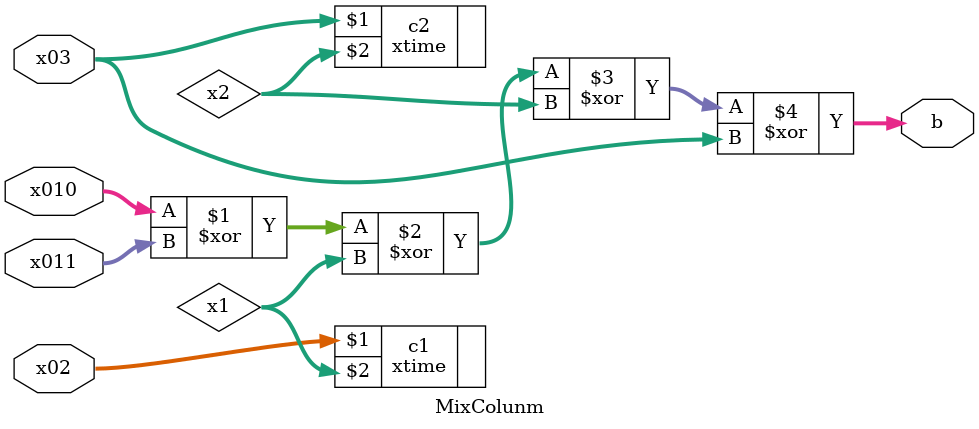
<source format=v>
module MixColunm(x010,x011,x02,x03,b);
  input [0:7] x010;
  input [0:7] x011;
  input [0:7] x02;
  input [0:7] x03;
  output [0:7] b;
  wire[0:7] x1,x2,x3;
  xtime c1(x02,x1);
  xtime c2(x03,x2);
  assign b=x010^x011^x1^x2^x03;
endmodule
</source>
